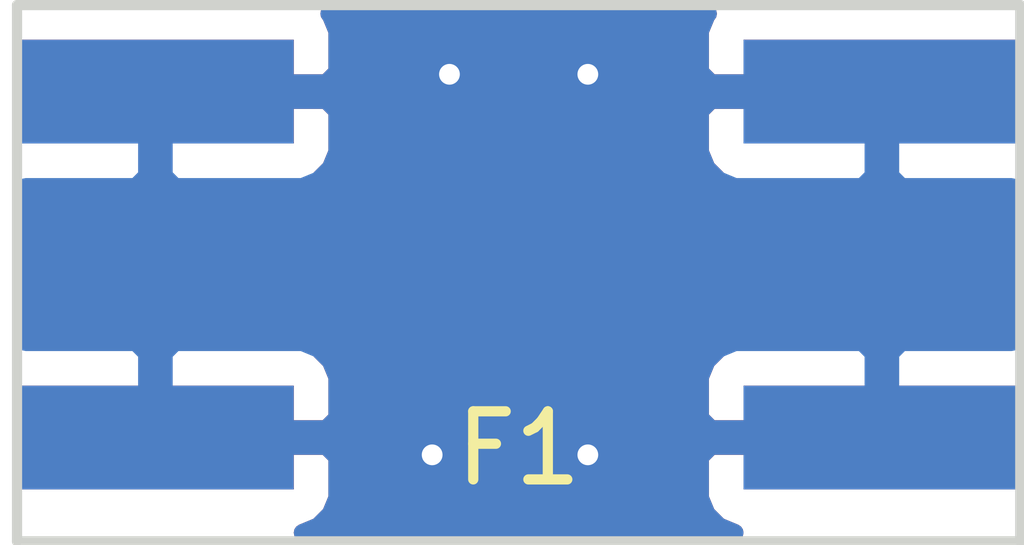
<source format=kicad_pcb>
(kicad_pcb (version 20171130) (host pcbnew "(5.0.1)-4")

  (general
    (thickness 1.6)
    (drawings 4)
    (tracks 8)
    (zones 0)
    (modules 3)
    (nets 4)
  )

  (page A4)
  (layers
    (0 F.Cu signal)
    (31 B.Cu signal)
    (32 B.Adhes user)
    (33 F.Adhes user)
    (34 B.Paste user)
    (35 F.Paste user)
    (36 B.SilkS user)
    (37 F.SilkS user)
    (38 B.Mask user)
    (39 F.Mask user)
    (40 Dwgs.User user)
    (41 Cmts.User user)
    (42 Eco1.User user)
    (43 Eco2.User user)
    (44 Edge.Cuts user)
    (45 Margin user)
    (46 B.CrtYd user)
    (47 F.CrtYd user)
    (48 B.Fab user)
    (49 F.Fab user)
  )

  (setup
    (last_trace_width 0.762)
    (user_trace_width 0.508)
    (user_trace_width 0.762)
    (user_trace_width 2.032)
    (trace_clearance 0.2032)
    (zone_clearance 0.508)
    (zone_45_only no)
    (trace_min 0.2032)
    (segment_width 0.2)
    (edge_width 0.15)
    (via_size 0.6096)
    (via_drill 0.3048)
    (via_min_size 0.6096)
    (via_min_drill 0.3048)
    (uvia_size 0.3)
    (uvia_drill 0.1)
    (uvias_allowed no)
    (uvia_min_size 0.2)
    (uvia_min_drill 0.1)
    (pcb_text_width 0.3)
    (pcb_text_size 1.5 1.5)
    (mod_edge_width 0.15)
    (mod_text_size 1 1)
    (mod_text_width 0.15)
    (pad_size 1.524 1.524)
    (pad_drill 0.762)
    (pad_to_mask_clearance 0.051)
    (solder_mask_min_width 0.25)
    (aux_axis_origin 0 0)
    (visible_elements 7FFFFFFF)
    (pcbplotparams
      (layerselection 0x010fc_ffffffff)
      (usegerberextensions false)
      (usegerberattributes false)
      (usegerberadvancedattributes false)
      (creategerberjobfile false)
      (excludeedgelayer true)
      (linewidth 0.100000)
      (plotframeref false)
      (viasonmask false)
      (mode 1)
      (useauxorigin false)
      (hpglpennumber 1)
      (hpglpenspeed 20)
      (hpglpendiameter 15.000000)
      (psnegative false)
      (psa4output false)
      (plotreference true)
      (plotvalue true)
      (plotinvisibletext false)
      (padsonsilk false)
      (subtractmaskfromsilk false)
      (outputformat 1)
      (mirror false)
      (drillshape 1)
      (scaleselection 1)
      (outputdirectory ""))
  )

  (net 0 "")
  (net 1 "Net-(F1-Pad2)")
  (net 2 GND)
  (net 3 "Net-(F1-Pad1)")

  (net_class Default "This is the default net class."
    (clearance 0.2032)
    (trace_width 0.2032)
    (via_dia 0.6096)
    (via_drill 0.3048)
    (uvia_dia 0.3)
    (uvia_drill 0.1)
    (diff_pair_gap 0.2032)
    (diff_pair_width 0.2032)
    (add_net GND)
    (add_net "Net-(F1-Pad1)")
    (add_net "Net-(F1-Pad2)")
  )

  (net_class 50Ohm ""
    (clearance 0.37)
    (trace_width 1.8)
    (via_dia 0.6096)
    (via_drill 0.3048)
    (uvia_dia 0.3)
    (uvia_drill 0.1)
    (diff_pair_gap 0.2032)
    (diff_pair_width 0.2032)
  )

  (module RFLego_Footprint:SM3030-6 (layer F.Cu) (tedit 5C4F693E) (tstamp 5C6A14C5)
    (at 130.946 94.14)
    (path /5C4FC8DE)
    (fp_text reference F1 (at 0.88 3.81) (layer F.SilkS)
      (effects (font (size 1 1) (thickness 0.15)))
    )
    (fp_text value SAW (at 1.27 -1.27) (layer F.Fab)
      (effects (font (size 1 1) (thickness 0.15)))
    )
    (pad 3 smd rect (at 2.15 2.38) (size 1.05 0.81) (layers F.Cu F.Paste F.Mask)
      (net 2 GND))
    (pad 3 smd rect (at 2.15 0) (size 1.05 0.81) (layers F.Cu F.Paste F.Mask)
      (net 2 GND))
    (pad 3 smd rect (at 0 2.38) (size 1.05 0.81) (layers F.Cu F.Paste F.Mask)
      (net 2 GND))
    (pad 1 smd rect (at 0 1.19) (size 1.05 0.81) (layers F.Cu F.Paste F.Mask)
      (net 3 "Net-(F1-Pad1)"))
    (pad 3 smd rect (at 0.325 0) (size 1.7 0.81) (layers F.Cu F.Paste F.Mask)
      (net 2 GND))
    (pad 2 smd rect (at 2.15 1.19) (size 1.05 0.81) (layers F.Cu F.Paste F.Mask)
      (net 1 "Net-(F1-Pad2)"))
  )

  (module RFLego_Footprint:SMA_Edge (layer F.Cu) (tedit 5C4F69BC) (tstamp 5C6A14CE)
    (at 124.46 95.25)
    (path /5C4FC871)
    (fp_text reference J1 (at 2.1336 4.6482) (layer F.SilkS) hide
      (effects (font (size 1 1) (thickness 0.15)))
    )
    (fp_text value SMA (at 1.27 6.35) (layer F.Fab) hide
      (effects (font (size 1 1) (thickness 0.15)))
    )
    (pad 2 smd rect (at 2.032 2.54) (size 4.064 1.524) (layers F.Cu F.Mask)
      (net 2 GND))
    (pad 2 smd rect (at 2.032 -2.54) (size 4.064 1.524) (layers B.Cu B.Mask)
      (net 2 GND))
    (pad 2 smd rect (at 2.032 2.54) (size 4.064 1.524) (layers B.Cu B.Mask)
      (net 2 GND))
    (pad 2 smd rect (at 2.032 -2.54) (size 4.064 1.524) (layers F.Cu F.Mask)
      (net 2 GND))
    (pad 1 smd rect (at 2.032 0) (size 4.064 1.524) (layers F.Cu F.Mask)
      (net 3 "Net-(F1-Pad1)"))
  )

  (module RFLego_Footprint:SMA_Edge (layer F.Cu) (tedit 5C4F69B9) (tstamp 5C6A14D7)
    (at 135.128 95.25)
    (path /5C4FC6E7)
    (fp_text reference J2 (at 2.1336 4.6482) (layer F.SilkS) hide
      (effects (font (size 1 1) (thickness 0.15)))
    )
    (fp_text value SMA (at -0.508 6.858) (layer F.Fab) hide
      (effects (font (size 1 1) (thickness 0.15)))
    )
    (pad 2 smd rect (at 2.032 2.54) (size 4.064 1.524) (layers F.Cu F.Mask)
      (net 2 GND))
    (pad 2 smd rect (at 2.032 -2.54) (size 4.064 1.524) (layers B.Cu B.Mask)
      (net 2 GND))
    (pad 2 smd rect (at 2.032 2.54) (size 4.064 1.524) (layers B.Cu B.Mask)
      (net 2 GND))
    (pad 2 smd rect (at 2.032 -2.54) (size 4.064 1.524) (layers F.Cu F.Mask)
      (net 2 GND))
    (pad 1 smd rect (at 2.032 0) (size 4.064 1.524) (layers F.Cu F.Mask)
      (net 1 "Net-(F1-Pad2)"))
  )

  (gr_line (start 124.46 99.314) (end 124.46 91.44) (layer Edge.Cuts) (width 0.15))
  (gr_line (start 139.192 99.314) (end 124.46 99.314) (layer Edge.Cuts) (width 0.15))
  (gr_line (start 139.192 91.44) (end 139.192 99.314) (layer Edge.Cuts) (width 0.15))
  (gr_line (start 124.46 91.44) (end 139.192 91.44) (layer Edge.Cuts) (width 0.15))

  (segment (start 137.08 95.33) (end 137.16 95.25) (width 0.762) (layer F.Cu) (net 1))
  (segment (start 133.096 95.33) (end 137.08 95.33) (width 0.762) (layer F.Cu) (net 1))
  (via (at 130.556 98.044) (size 0.6096) (drill 0.3048) (layers F.Cu B.Cu) (net 2))
  (via (at 132.842 98.044) (size 0.6096) (drill 0.3048) (layers F.Cu B.Cu) (net 2))
  (via (at 130.81 92.456) (size 0.6096) (drill 0.3048) (layers F.Cu B.Cu) (net 2))
  (via (at 132.842 92.456) (size 0.6096) (drill 0.3048) (layers F.Cu B.Cu) (net 2))
  (segment (start 126.572 95.33) (end 126.492 95.25) (width 0.762) (layer F.Cu) (net 3))
  (segment (start 130.946 95.33) (end 126.572 95.33) (width 0.762) (layer F.Cu) (net 3))

  (zone (net 2) (net_name GND) (layer F.Cu) (tstamp 0) (hatch edge 0.508)
    (connect_pads (clearance 0.508))
    (min_thickness 0.254)
    (fill yes (arc_segments 16) (thermal_gap 0.508) (thermal_bridge_width 0.508))
    (polygon
      (pts
        (xy 124.46 91.44) (xy 139.192 91.44) (xy 139.192 99.314) (xy 124.46 99.314)
      )
    )
    (filled_polygon
      (pts
        (xy 132.09475 96.393) (xy 132.969 96.393) (xy 132.969 96.38244) (xy 133.223 96.38244) (xy 133.223 96.393)
        (xy 134.09725 96.393) (xy 134.14425 96.346) (xy 134.587464 96.346) (xy 134.670191 96.469809) (xy 134.740912 96.517063)
        (xy 134.589673 96.668301) (xy 134.493 96.90169) (xy 134.493 97.50425) (xy 134.65175 97.663) (xy 137.033 97.663)
        (xy 137.033 97.643) (xy 137.287 97.643) (xy 137.287 97.663) (xy 137.307 97.663) (xy 137.307 97.917)
        (xy 137.287 97.917) (xy 137.287 97.937) (xy 137.033 97.937) (xy 137.033 97.917) (xy 134.65175 97.917)
        (xy 134.493 98.07575) (xy 134.493 98.67831) (xy 134.589673 98.911699) (xy 134.768302 99.090327) (xy 135.001691 99.187)
        (xy 128.650309 99.187) (xy 128.883698 99.090327) (xy 129.062327 98.911699) (xy 129.159 98.67831) (xy 129.159 98.07575)
        (xy 129.00025 97.917) (xy 126.619 97.917) (xy 126.619 97.937) (xy 126.365 97.937) (xy 126.365 97.917)
        (xy 126.345 97.917) (xy 126.345 97.663) (xy 126.365 97.663) (xy 126.365 97.643) (xy 126.619 97.643)
        (xy 126.619 97.663) (xy 129.00025 97.663) (xy 129.159 97.50425) (xy 129.159 96.90169) (xy 129.119261 96.80575)
        (xy 129.786 96.80575) (xy 129.786 97.05131) (xy 129.882673 97.284699) (xy 130.061302 97.463327) (xy 130.294691 97.56)
        (xy 130.66025 97.56) (xy 130.819 97.40125) (xy 130.819 96.647) (xy 131.073 96.647) (xy 131.073 97.40125)
        (xy 131.23175 97.56) (xy 131.597309 97.56) (xy 131.830698 97.463327) (xy 132.009327 97.284699) (xy 132.021 97.256518)
        (xy 132.032673 97.284699) (xy 132.211302 97.463327) (xy 132.444691 97.56) (xy 132.81025 97.56) (xy 132.969 97.40125)
        (xy 132.969 96.647) (xy 133.223 96.647) (xy 133.223 97.40125) (xy 133.38175 97.56) (xy 133.747309 97.56)
        (xy 133.980698 97.463327) (xy 134.159327 97.284699) (xy 134.256 97.05131) (xy 134.256 96.80575) (xy 134.09725 96.647)
        (xy 133.223 96.647) (xy 132.969 96.647) (xy 132.09475 96.647) (xy 132.021 96.72075) (xy 131.94725 96.647)
        (xy 131.073 96.647) (xy 130.819 96.647) (xy 129.94475 96.647) (xy 129.786 96.80575) (xy 129.119261 96.80575)
        (xy 129.062327 96.668301) (xy 128.911088 96.517063) (xy 128.981809 96.469809) (xy 129.064536 96.346) (xy 129.89775 96.346)
        (xy 129.94475 96.393) (xy 130.819 96.393) (xy 130.819 96.38244) (xy 131.073 96.38244) (xy 131.073 96.393)
        (xy 131.94725 96.393) (xy 132.021 96.31925)
      )
    )
    (filled_polygon
      (pts
        (xy 134.589673 91.588301) (xy 134.493 91.82169) (xy 134.493 92.42425) (xy 134.65175 92.583) (xy 137.033 92.583)
        (xy 137.033 92.563) (xy 137.287 92.563) (xy 137.287 92.583) (xy 137.307 92.583) (xy 137.307 92.837)
        (xy 137.287 92.837) (xy 137.287 92.857) (xy 137.033 92.857) (xy 137.033 92.837) (xy 134.65175 92.837)
        (xy 134.493 92.99575) (xy 134.493 93.59831) (xy 134.589673 93.831699) (xy 134.740912 93.982937) (xy 134.670191 94.030191)
        (xy 134.529843 94.240235) (xy 134.51517 94.314) (xy 134.14425 94.314) (xy 134.09725 94.267) (xy 133.223 94.267)
        (xy 133.223 94.27756) (xy 132.969 94.27756) (xy 132.969 94.267) (xy 131.398 94.267) (xy 131.398 94.27756)
        (xy 131.144 94.27756) (xy 131.144 94.267) (xy 129.94475 94.267) (xy 129.89775 94.314) (xy 129.13683 94.314)
        (xy 129.122157 94.240235) (xy 128.981809 94.030191) (xy 128.911088 93.982937) (xy 129.062327 93.831699) (xy 129.1547 93.60869)
        (xy 129.786 93.60869) (xy 129.786 93.85425) (xy 129.94475 94.013) (xy 131.144 94.013) (xy 131.144 93.25875)
        (xy 131.398 93.25875) (xy 131.398 94.013) (xy 132.969 94.013) (xy 132.969 93.25875) (xy 133.223 93.25875)
        (xy 133.223 94.013) (xy 134.09725 94.013) (xy 134.256 93.85425) (xy 134.256 93.60869) (xy 134.159327 93.375301)
        (xy 133.980698 93.196673) (xy 133.747309 93.1) (xy 133.38175 93.1) (xy 133.223 93.25875) (xy 132.969 93.25875)
        (xy 132.81025 93.1) (xy 132.444691 93.1) (xy 132.346 93.140879) (xy 132.247309 93.1) (xy 131.55675 93.1)
        (xy 131.398 93.25875) (xy 131.144 93.25875) (xy 130.98525 93.1) (xy 130.294691 93.1) (xy 130.061302 93.196673)
        (xy 129.882673 93.375301) (xy 129.786 93.60869) (xy 129.1547 93.60869) (xy 129.159 93.59831) (xy 129.159 92.99575)
        (xy 129.00025 92.837) (xy 126.619 92.837) (xy 126.619 92.857) (xy 126.365 92.857) (xy 126.365 92.837)
        (xy 126.345 92.837) (xy 126.345 92.583) (xy 126.365 92.583) (xy 126.365 92.563) (xy 126.619 92.563)
        (xy 126.619 92.583) (xy 129.00025 92.583) (xy 129.159 92.42425) (xy 129.159 91.82169) (xy 129.062327 91.588301)
        (xy 129.041026 91.567) (xy 134.610974 91.567)
      )
    )
  )
  (zone (net 2) (net_name GND) (layer B.Cu) (tstamp 5C6A16B0) (hatch edge 0.508)
    (connect_pads (clearance 0.508))
    (min_thickness 0.254)
    (fill yes (arc_segments 16) (thermal_gap 0.508) (thermal_bridge_width 0.508))
    (polygon
      (pts
        (xy 124.46 91.44) (xy 139.192 91.44) (xy 139.192 99.314) (xy 124.46 99.314)
      )
    )
    (filled_polygon
      (pts
        (xy 134.589673 91.588301) (xy 134.493 91.82169) (xy 134.493 92.42425) (xy 134.65175 92.583) (xy 137.033 92.583)
        (xy 137.033 92.563) (xy 137.287 92.563) (xy 137.287 92.583) (xy 137.307 92.583) (xy 137.307 92.837)
        (xy 137.287 92.837) (xy 137.287 93.94825) (xy 137.44575 94.107) (xy 139.065 94.107) (xy 139.065 96.393)
        (xy 137.44575 96.393) (xy 137.287 96.55175) (xy 137.287 97.663) (xy 137.307 97.663) (xy 137.307 97.917)
        (xy 137.287 97.917) (xy 137.287 97.937) (xy 137.033 97.937) (xy 137.033 97.917) (xy 134.65175 97.917)
        (xy 134.493 98.07575) (xy 134.493 98.67831) (xy 134.589673 98.911699) (xy 134.768302 99.090327) (xy 135.001691 99.187)
        (xy 128.650309 99.187) (xy 128.883698 99.090327) (xy 129.062327 98.911699) (xy 129.159 98.67831) (xy 129.159 98.07575)
        (xy 129.00025 97.917) (xy 126.619 97.917) (xy 126.619 97.937) (xy 126.365 97.937) (xy 126.365 97.917)
        (xy 126.345 97.917) (xy 126.345 97.663) (xy 126.365 97.663) (xy 126.365 96.55175) (xy 126.619 96.55175)
        (xy 126.619 97.663) (xy 129.00025 97.663) (xy 129.159 97.50425) (xy 129.159 96.90169) (xy 134.493 96.90169)
        (xy 134.493 97.50425) (xy 134.65175 97.663) (xy 137.033 97.663) (xy 137.033 96.55175) (xy 136.87425 96.393)
        (xy 135.001691 96.393) (xy 134.768302 96.489673) (xy 134.589673 96.668301) (xy 134.493 96.90169) (xy 129.159 96.90169)
        (xy 129.062327 96.668301) (xy 128.883698 96.489673) (xy 128.650309 96.393) (xy 126.77775 96.393) (xy 126.619 96.55175)
        (xy 126.365 96.55175) (xy 126.20625 96.393) (xy 124.587 96.393) (xy 124.587 94.107) (xy 126.20625 94.107)
        (xy 126.365 93.94825) (xy 126.365 92.837) (xy 126.619 92.837) (xy 126.619 93.94825) (xy 126.77775 94.107)
        (xy 128.650309 94.107) (xy 128.883698 94.010327) (xy 129.062327 93.831699) (xy 129.159 93.59831) (xy 129.159 92.99575)
        (xy 134.493 92.99575) (xy 134.493 93.59831) (xy 134.589673 93.831699) (xy 134.768302 94.010327) (xy 135.001691 94.107)
        (xy 136.87425 94.107) (xy 137.033 93.94825) (xy 137.033 92.837) (xy 134.65175 92.837) (xy 134.493 92.99575)
        (xy 129.159 92.99575) (xy 129.00025 92.837) (xy 126.619 92.837) (xy 126.365 92.837) (xy 126.345 92.837)
        (xy 126.345 92.583) (xy 126.365 92.583) (xy 126.365 92.563) (xy 126.619 92.563) (xy 126.619 92.583)
        (xy 129.00025 92.583) (xy 129.159 92.42425) (xy 129.159 91.82169) (xy 129.062327 91.588301) (xy 129.041026 91.567)
        (xy 134.610974 91.567)
      )
    )
  )
)

</source>
